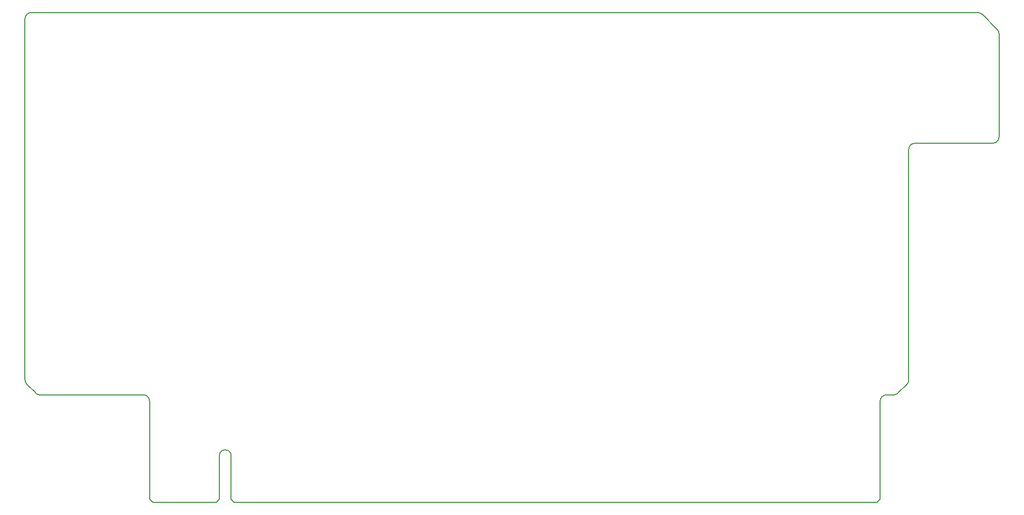
<source format=gbr>
G04 #@! TF.GenerationSoftware,KiCad,Pcbnew,(5.1.5)-3*
G04 #@! TF.CreationDate,2021-10-23T00:21:41+02:00*
G04 #@! TF.ProjectId,riser leopard 2OU Oculink,72697365-7220-46c6-956f-706172642032,rev?*
G04 #@! TF.SameCoordinates,PX4d4b990PY36d6160*
G04 #@! TF.FileFunction,Profile,NP*
%FSLAX46Y46*%
G04 Gerber Fmt 4.6, Leading zero omitted, Abs format (unit mm)*
G04 Created by KiCad (PCBNEW (5.1.5)-3) date 2021-10-23 00:21:41*
%MOMM*%
%LPD*%
G04 APERTURE LIST*
%ADD10C,0.200000*%
G04 APERTURE END LIST*
D10*
X27200000Y-42350000D02*
X27200000Y-48500000D01*
X132800000Y-49800000D02*
X29600000Y-49800000D01*
X133300000Y-49300000D02*
X132800000Y-49800000D01*
X29100000Y-49300000D02*
X29100000Y-48500000D01*
X29600000Y-49800000D02*
X29100000Y-49300000D01*
X-3000000Y28905000D02*
X148985786Y28905000D01*
X-4000000Y27905000D02*
G75*
G02X-3000000Y28905000I1000000J0D01*
G01*
X-4000000Y-30145786D02*
X-4000000Y27905000D01*
X149692893Y28612107D02*
X152107107Y26197893D01*
X148985786Y28905000D02*
G75*
G02X149692893Y28612107I0J-1000000D01*
G01*
X137900000Y6905000D02*
G75*
G02X138900000Y7905000I1000000J0D01*
G01*
X152107107Y26197894D02*
G75*
G02X152400000Y25490787I-707107J-707107D01*
G01*
X152400000Y25490787D02*
X152400000Y8905000D01*
X151400000Y7905000D02*
X138900000Y7905000D01*
X152400000Y8905000D02*
G75*
G02X151400000Y7905000I-1000000J0D01*
G01*
X15000000Y-32560000D02*
G75*
G02X16000000Y-33560000I0J-1000000D01*
G01*
X-1585786Y-32560000D02*
G75*
G02X-2292893Y-32267107I-1J1000000D01*
G01*
X-3707107Y-30852893D02*
G75*
G02X-4000000Y-30145786I707107J707107D01*
G01*
X-2292893Y-32267107D02*
X-3707107Y-30852893D01*
X15000000Y-32560000D02*
X-1585787Y-32560000D01*
X137900000Y-30145786D02*
G75*
G02X137607107Y-30852893I-1000000J0D01*
G01*
X137900000Y6905000D02*
X137900000Y-30145786D01*
X135485786Y-32560000D02*
X134300000Y-32560000D01*
X137607107Y-30852893D02*
X136192893Y-32267107D01*
X136192893Y-32267107D02*
G75*
G02X135485786Y-32560000I-707107J707107D01*
G01*
X29100000Y-48500000D02*
X29100000Y-42350000D01*
X133300000Y-33560000D02*
G75*
G02X134300000Y-32560000I1000000J0D01*
G01*
X133300000Y-33560000D02*
X133300000Y-48500000D01*
X27200000Y-48500000D02*
X27200000Y-49300000D01*
X16000000Y-48500000D02*
X16000000Y-33560000D01*
X133300000Y-48500000D02*
X133300000Y-49300000D01*
X27200000Y-42350000D02*
G75*
G02X29100000Y-42350000I950000J0D01*
G01*
X16000000Y-49300000D02*
X16000000Y-48500000D01*
X16500000Y-49800000D02*
X16000000Y-49300000D01*
X27200000Y-49300000D02*
X26700000Y-49800000D01*
X26700000Y-49800000D02*
X16500000Y-49800000D01*
M02*

</source>
